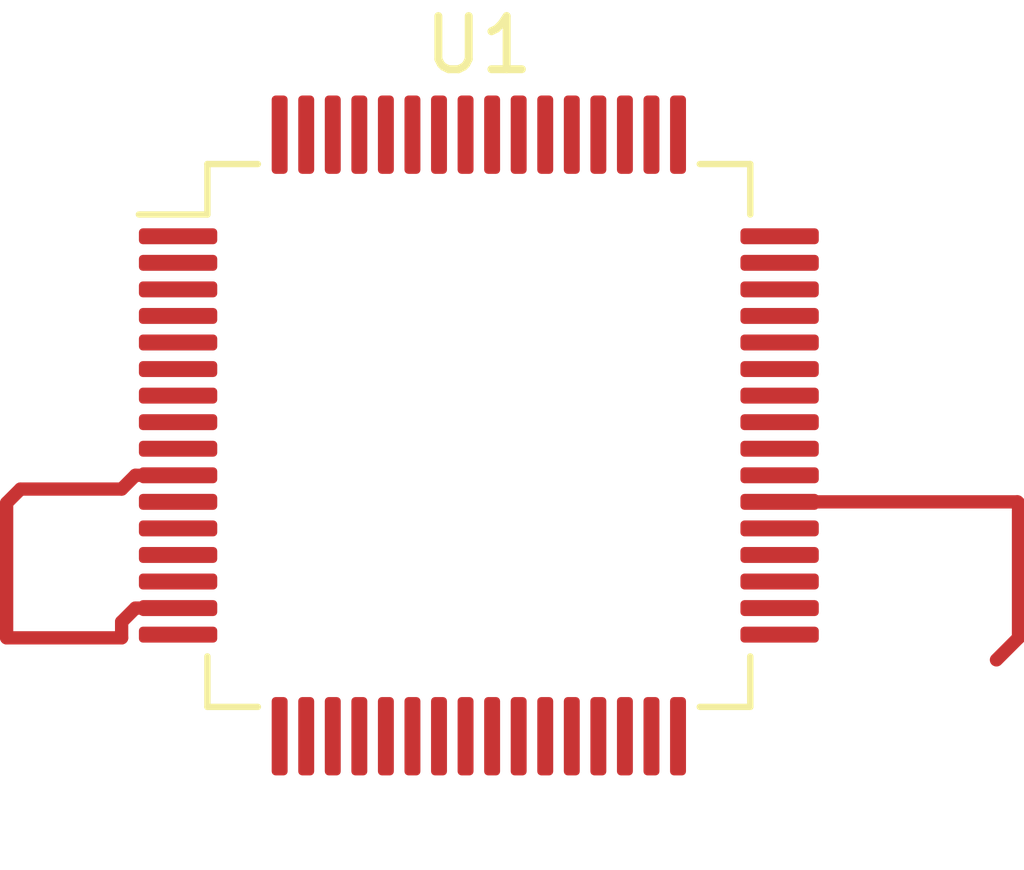
<source format=kicad_pcb>
(kicad_pcb (version 20171130) (host pcbnew 5.1.6-c6e7f7d~86~ubuntu18.04.1)

  (general
    (thickness 1.6)
    (drawings 0)
    (tracks 13)
    (zones 0)
    (modules 1)
    (nets 63)
  )

  (page A4)
  (layers
    (0 F.Cu signal)
    (31 B.Cu signal)
    (32 B.Adhes user)
    (33 F.Adhes user)
    (34 B.Paste user)
    (35 F.Paste user)
    (36 B.SilkS user)
    (37 F.SilkS user)
    (38 B.Mask user)
    (39 F.Mask user)
    (40 Dwgs.User user)
    (41 Cmts.User user)
    (42 Eco1.User user)
    (43 Eco2.User user)
    (44 Edge.Cuts user)
    (45 Margin user)
    (46 B.CrtYd user)
    (47 F.CrtYd user)
    (48 B.Fab user)
    (49 F.Fab user)
  )

  (setup
    (last_trace_width 0.25)
    (trace_clearance 0.2)
    (zone_clearance 0.508)
    (zone_45_only no)
    (trace_min 0.2)
    (via_size 0.8)
    (via_drill 0.4)
    (via_min_size 0.4)
    (via_min_drill 0.3)
    (uvia_size 0.3)
    (uvia_drill 0.1)
    (uvias_allowed no)
    (uvia_min_size 0.2)
    (uvia_min_drill 0.1)
    (edge_width 0.05)
    (segment_width 0.2)
    (pcb_text_width 0.3)
    (pcb_text_size 1.5 1.5)
    (mod_edge_width 0.12)
    (mod_text_size 1 1)
    (mod_text_width 0.15)
    (pad_size 1.524 1.524)
    (pad_drill 0.762)
    (pad_to_mask_clearance 0.05)
    (aux_axis_origin 0 0)
    (visible_elements FFFFFF7F)
    (pcbplotparams
      (layerselection 0x010fc_ffffffff)
      (usegerberextensions false)
      (usegerberattributes true)
      (usegerberadvancedattributes true)
      (creategerberjobfile true)
      (excludeedgelayer true)
      (linewidth 0.100000)
      (plotframeref false)
      (viasonmask false)
      (mode 1)
      (useauxorigin false)
      (hpglpennumber 1)
      (hpglpenspeed 20)
      (hpglpendiameter 15.000000)
      (psnegative false)
      (psa4output false)
      (plotreference true)
      (plotvalue true)
      (plotinvisibletext false)
      (padsonsilk false)
      (subtractmaskfromsilk false)
      (outputformat 1)
      (mirror false)
      (drillshape 1)
      (scaleselection 1)
      (outputdirectory ""))
  )

  (net 0 "")
  (net 1 "Net-(U1-Pad1)")
  (net 2 "Net-(U1-Pad2)")
  (net 3 "Net-(U1-Pad3)")
  (net 4 "Net-(U1-Pad4)")
  (net 5 "Net-(U1-Pad5)")
  (net 6 "Net-(U1-Pad6)")
  (net 7 "Net-(U1-Pad7)")
  (net 8 "Net-(U1-Pad8)")
  (net 9 "Net-(U1-Pad9)")
  (net 10 "Net-(U1-Pad10)")
  (net 11 "Net-(U1-Pad11)")
  (net 12 "Net-(U1-Pad12)")
  (net 13 "Net-(U1-Pad13)")
  (net 14 "Net-(U1-Pad14)")
  (net 15 "Net-(U1-Pad16)")
  (net 16 "Net-(U1-Pad17)")
  (net 17 "Net-(U1-Pad18)")
  (net 18 "Net-(U1-Pad19)")
  (net 19 "Net-(U1-Pad20)")
  (net 20 "Net-(U1-Pad21)")
  (net 21 "Net-(U1-Pad22)")
  (net 22 "Net-(U1-Pad23)")
  (net 23 "Net-(U1-Pad24)")
  (net 24 "Net-(U1-Pad25)")
  (net 25 "Net-(U1-Pad26)")
  (net 26 "Net-(U1-Pad27)")
  (net 27 "Net-(U1-Pad28)")
  (net 28 "Net-(U1-Pad29)")
  (net 29 "Net-(U1-Pad30)")
  (net 30 "Net-(U1-Pad31)")
  (net 31 "Net-(U1-Pad33)")
  (net 32 "Net-(U1-Pad34)")
  (net 33 "Net-(U1-Pad35)")
  (net 34 "Net-(U1-Pad36)")
  (net 35 "Net-(U1-Pad37)")
  (net 36 "Net-(U1-Pad38)")
  (net 37 "Net-(U1-Pad39)")
  (net 38 "Net-(U1-Pad40)")
  (net 39 "Net-(U1-Pad41)")
  (net 40 "Net-(U1-Pad42)")
  (net 41 "Net-(U1-Pad43)")
  (net 42 "Net-(U1-Pad44)")
  (net 43 "Net-(U1-Pad45)")
  (net 44 "Net-(U1-Pad46)")
  (net 45 "Net-(U1-Pad47)")
  (net 46 "Net-(U1-Pad48)")
  (net 47 "Net-(U1-Pad49)")
  (net 48 "Net-(U1-Pad50)")
  (net 49 "Net-(U1-Pad51)")
  (net 50 "Net-(U1-Pad52)")
  (net 51 "Net-(U1-Pad53)")
  (net 52 "Net-(U1-Pad54)")
  (net 53 "Net-(U1-Pad55)")
  (net 54 "Net-(U1-Pad56)")
  (net 55 "Net-(U1-Pad57)")
  (net 56 "Net-(U1-Pad58)")
  (net 57 "Net-(U1-Pad59)")
  (net 58 "Net-(U1-Pad60)")
  (net 59 "Net-(U1-Pad61)")
  (net 60 "Net-(U1-Pad62)")
  (net 61 "Net-(U1-Pad63)")
  (net 62 "Net-(U1-Pad64)")

  (net_class Default "This is the default net class."
    (clearance 0.2)
    (trace_width 0.25)
    (via_dia 0.8)
    (via_drill 0.4)
    (uvia_dia 0.3)
    (uvia_drill 0.1)
    (add_net "Net-(U1-Pad1)")
    (add_net "Net-(U1-Pad10)")
    (add_net "Net-(U1-Pad11)")
    (add_net "Net-(U1-Pad12)")
    (add_net "Net-(U1-Pad13)")
    (add_net "Net-(U1-Pad14)")
    (add_net "Net-(U1-Pad16)")
    (add_net "Net-(U1-Pad17)")
    (add_net "Net-(U1-Pad18)")
    (add_net "Net-(U1-Pad19)")
    (add_net "Net-(U1-Pad2)")
    (add_net "Net-(U1-Pad20)")
    (add_net "Net-(U1-Pad21)")
    (add_net "Net-(U1-Pad22)")
    (add_net "Net-(U1-Pad23)")
    (add_net "Net-(U1-Pad24)")
    (add_net "Net-(U1-Pad25)")
    (add_net "Net-(U1-Pad26)")
    (add_net "Net-(U1-Pad27)")
    (add_net "Net-(U1-Pad28)")
    (add_net "Net-(U1-Pad29)")
    (add_net "Net-(U1-Pad3)")
    (add_net "Net-(U1-Pad30)")
    (add_net "Net-(U1-Pad31)")
    (add_net "Net-(U1-Pad33)")
    (add_net "Net-(U1-Pad34)")
    (add_net "Net-(U1-Pad35)")
    (add_net "Net-(U1-Pad36)")
    (add_net "Net-(U1-Pad37)")
    (add_net "Net-(U1-Pad38)")
    (add_net "Net-(U1-Pad39)")
    (add_net "Net-(U1-Pad4)")
    (add_net "Net-(U1-Pad40)")
    (add_net "Net-(U1-Pad41)")
    (add_net "Net-(U1-Pad42)")
    (add_net "Net-(U1-Pad43)")
    (add_net "Net-(U1-Pad44)")
    (add_net "Net-(U1-Pad45)")
    (add_net "Net-(U1-Pad46)")
    (add_net "Net-(U1-Pad47)")
    (add_net "Net-(U1-Pad48)")
    (add_net "Net-(U1-Pad49)")
    (add_net "Net-(U1-Pad5)")
    (add_net "Net-(U1-Pad50)")
    (add_net "Net-(U1-Pad51)")
    (add_net "Net-(U1-Pad52)")
    (add_net "Net-(U1-Pad53)")
    (add_net "Net-(U1-Pad54)")
    (add_net "Net-(U1-Pad55)")
    (add_net "Net-(U1-Pad56)")
    (add_net "Net-(U1-Pad57)")
    (add_net "Net-(U1-Pad58)")
    (add_net "Net-(U1-Pad59)")
    (add_net "Net-(U1-Pad6)")
    (add_net "Net-(U1-Pad60)")
    (add_net "Net-(U1-Pad61)")
    (add_net "Net-(U1-Pad62)")
    (add_net "Net-(U1-Pad63)")
    (add_net "Net-(U1-Pad64)")
    (add_net "Net-(U1-Pad7)")
    (add_net "Net-(U1-Pad8)")
    (add_net "Net-(U1-Pad9)")
  )

  (module Package_QFP:TQFP-64_10x10mm_P0.5mm (layer F.Cu) (tedit 5D9F72B1) (tstamp 5F41BF58)
    (at 128.27 90.17)
    (descr "TQFP, 64 Pin (http://www.microsemi.com/index.php?option=com_docman&task=doc_download&gid=131095), generated with kicad-footprint-generator ipc_gullwing_generator.py")
    (tags "TQFP QFP")
    (path /5F42638A)
    (attr smd)
    (fp_text reference U1 (at 0 -7.35) (layer F.SilkS)
      (effects (font (size 1 1) (thickness 0.15)))
    )
    (fp_text value ADS1299-8CHANNEL (at 0 7.35) (layer F.Fab)
      (effects (font (size 1 1) (thickness 0.15)))
    )
    (fp_line (start 6.65 4.15) (end 6.65 0) (layer F.CrtYd) (width 0.05))
    (fp_line (start 5.25 4.15) (end 6.65 4.15) (layer F.CrtYd) (width 0.05))
    (fp_line (start 5.25 5.25) (end 5.25 4.15) (layer F.CrtYd) (width 0.05))
    (fp_line (start 4.15 5.25) (end 5.25 5.25) (layer F.CrtYd) (width 0.05))
    (fp_line (start 4.15 6.65) (end 4.15 5.25) (layer F.CrtYd) (width 0.05))
    (fp_line (start 0 6.65) (end 4.15 6.65) (layer F.CrtYd) (width 0.05))
    (fp_line (start -6.65 4.15) (end -6.65 0) (layer F.CrtYd) (width 0.05))
    (fp_line (start -5.25 4.15) (end -6.65 4.15) (layer F.CrtYd) (width 0.05))
    (fp_line (start -5.25 5.25) (end -5.25 4.15) (layer F.CrtYd) (width 0.05))
    (fp_line (start -4.15 5.25) (end -5.25 5.25) (layer F.CrtYd) (width 0.05))
    (fp_line (start -4.15 6.65) (end -4.15 5.25) (layer F.CrtYd) (width 0.05))
    (fp_line (start 0 6.65) (end -4.15 6.65) (layer F.CrtYd) (width 0.05))
    (fp_line (start 6.65 -4.15) (end 6.65 0) (layer F.CrtYd) (width 0.05))
    (fp_line (start 5.25 -4.15) (end 6.65 -4.15) (layer F.CrtYd) (width 0.05))
    (fp_line (start 5.25 -5.25) (end 5.25 -4.15) (layer F.CrtYd) (width 0.05))
    (fp_line (start 4.15 -5.25) (end 5.25 -5.25) (layer F.CrtYd) (width 0.05))
    (fp_line (start 4.15 -6.65) (end 4.15 -5.25) (layer F.CrtYd) (width 0.05))
    (fp_line (start 0 -6.65) (end 4.15 -6.65) (layer F.CrtYd) (width 0.05))
    (fp_line (start -6.65 -4.15) (end -6.65 0) (layer F.CrtYd) (width 0.05))
    (fp_line (start -5.25 -4.15) (end -6.65 -4.15) (layer F.CrtYd) (width 0.05))
    (fp_line (start -5.25 -5.25) (end -5.25 -4.15) (layer F.CrtYd) (width 0.05))
    (fp_line (start -4.15 -5.25) (end -5.25 -5.25) (layer F.CrtYd) (width 0.05))
    (fp_line (start -4.15 -6.65) (end -4.15 -5.25) (layer F.CrtYd) (width 0.05))
    (fp_line (start 0 -6.65) (end -4.15 -6.65) (layer F.CrtYd) (width 0.05))
    (fp_line (start -5 -4) (end -4 -5) (layer F.Fab) (width 0.1))
    (fp_line (start -5 5) (end -5 -4) (layer F.Fab) (width 0.1))
    (fp_line (start 5 5) (end -5 5) (layer F.Fab) (width 0.1))
    (fp_line (start 5 -5) (end 5 5) (layer F.Fab) (width 0.1))
    (fp_line (start -4 -5) (end 5 -5) (layer F.Fab) (width 0.1))
    (fp_line (start -5.11 -4.16) (end -6.4 -4.16) (layer F.SilkS) (width 0.12))
    (fp_line (start -5.11 -5.11) (end -5.11 -4.16) (layer F.SilkS) (width 0.12))
    (fp_line (start -4.16 -5.11) (end -5.11 -5.11) (layer F.SilkS) (width 0.12))
    (fp_line (start 5.11 -5.11) (end 5.11 -4.16) (layer F.SilkS) (width 0.12))
    (fp_line (start 4.16 -5.11) (end 5.11 -5.11) (layer F.SilkS) (width 0.12))
    (fp_line (start -5.11 5.11) (end -5.11 4.16) (layer F.SilkS) (width 0.12))
    (fp_line (start -4.16 5.11) (end -5.11 5.11) (layer F.SilkS) (width 0.12))
    (fp_line (start 5.11 5.11) (end 5.11 4.16) (layer F.SilkS) (width 0.12))
    (fp_line (start 4.16 5.11) (end 5.11 5.11) (layer F.SilkS) (width 0.12))
    (fp_text user %R (at 0 0) (layer F.Fab)
      (effects (font (size 1 1) (thickness 0.15)))
    )
    (pad 1 smd roundrect (at -5.6625 -3.75) (size 1.475 0.3) (layers F.Cu F.Paste F.Mask) (roundrect_rratio 0.25)
      (net 1 "Net-(U1-Pad1)"))
    (pad 2 smd roundrect (at -5.6625 -3.25) (size 1.475 0.3) (layers F.Cu F.Paste F.Mask) (roundrect_rratio 0.25)
      (net 2 "Net-(U1-Pad2)"))
    (pad 3 smd roundrect (at -5.6625 -2.75) (size 1.475 0.3) (layers F.Cu F.Paste F.Mask) (roundrect_rratio 0.25)
      (net 3 "Net-(U1-Pad3)"))
    (pad 4 smd roundrect (at -5.6625 -2.25) (size 1.475 0.3) (layers F.Cu F.Paste F.Mask) (roundrect_rratio 0.25)
      (net 4 "Net-(U1-Pad4)"))
    (pad 5 smd roundrect (at -5.6625 -1.75) (size 1.475 0.3) (layers F.Cu F.Paste F.Mask) (roundrect_rratio 0.25)
      (net 5 "Net-(U1-Pad5)"))
    (pad 6 smd roundrect (at -5.6625 -1.25) (size 1.475 0.3) (layers F.Cu F.Paste F.Mask) (roundrect_rratio 0.25)
      (net 6 "Net-(U1-Pad6)"))
    (pad 7 smd roundrect (at -5.6625 -0.75) (size 1.475 0.3) (layers F.Cu F.Paste F.Mask) (roundrect_rratio 0.25)
      (net 7 "Net-(U1-Pad7)"))
    (pad 8 smd roundrect (at -5.6625 -0.25) (size 1.475 0.3) (layers F.Cu F.Paste F.Mask) (roundrect_rratio 0.25)
      (net 8 "Net-(U1-Pad8)"))
    (pad 9 smd roundrect (at -5.6625 0.25) (size 1.475 0.3) (layers F.Cu F.Paste F.Mask) (roundrect_rratio 0.25)
      (net 9 "Net-(U1-Pad9)"))
    (pad 10 smd roundrect (at -5.6625 0.75) (size 1.475 0.3) (layers F.Cu F.Paste F.Mask) (roundrect_rratio 0.25)
      (net 10 "Net-(U1-Pad10)"))
    (pad 11 smd roundrect (at -5.6625 1.25) (size 1.475 0.3) (layers F.Cu F.Paste F.Mask) (roundrect_rratio 0.25)
      (net 11 "Net-(U1-Pad11)"))
    (pad 12 smd roundrect (at -5.6625 1.75) (size 1.475 0.3) (layers F.Cu F.Paste F.Mask) (roundrect_rratio 0.25)
      (net 12 "Net-(U1-Pad12)"))
    (pad 13 smd roundrect (at -5.6625 2.25) (size 1.475 0.3) (layers F.Cu F.Paste F.Mask) (roundrect_rratio 0.25)
      (net 13 "Net-(U1-Pad13)"))
    (pad 14 smd roundrect (at -5.6625 2.75) (size 1.475 0.3) (layers F.Cu F.Paste F.Mask) (roundrect_rratio 0.25)
      (net 14 "Net-(U1-Pad14)"))
    (pad 15 smd roundrect (at -5.6625 3.25) (size 1.475 0.3) (layers F.Cu F.Paste F.Mask) (roundrect_rratio 0.25)
      (net 10 "Net-(U1-Pad10)"))
    (pad 16 smd roundrect (at -5.6625 3.75) (size 1.475 0.3) (layers F.Cu F.Paste F.Mask) (roundrect_rratio 0.25)
      (net 15 "Net-(U1-Pad16)"))
    (pad 17 smd roundrect (at -3.75 5.6625) (size 0.3 1.475) (layers F.Cu F.Paste F.Mask) (roundrect_rratio 0.25)
      (net 16 "Net-(U1-Pad17)"))
    (pad 18 smd roundrect (at -3.25 5.6625) (size 0.3 1.475) (layers F.Cu F.Paste F.Mask) (roundrect_rratio 0.25)
      (net 17 "Net-(U1-Pad18)"))
    (pad 19 smd roundrect (at -2.75 5.6625) (size 0.3 1.475) (layers F.Cu F.Paste F.Mask) (roundrect_rratio 0.25)
      (net 18 "Net-(U1-Pad19)"))
    (pad 20 smd roundrect (at -2.25 5.6625) (size 0.3 1.475) (layers F.Cu F.Paste F.Mask) (roundrect_rratio 0.25)
      (net 19 "Net-(U1-Pad20)"))
    (pad 21 smd roundrect (at -1.75 5.6625) (size 0.3 1.475) (layers F.Cu F.Paste F.Mask) (roundrect_rratio 0.25)
      (net 20 "Net-(U1-Pad21)"))
    (pad 22 smd roundrect (at -1.25 5.6625) (size 0.3 1.475) (layers F.Cu F.Paste F.Mask) (roundrect_rratio 0.25)
      (net 21 "Net-(U1-Pad22)"))
    (pad 23 smd roundrect (at -0.75 5.6625) (size 0.3 1.475) (layers F.Cu F.Paste F.Mask) (roundrect_rratio 0.25)
      (net 22 "Net-(U1-Pad23)"))
    (pad 24 smd roundrect (at -0.25 5.6625) (size 0.3 1.475) (layers F.Cu F.Paste F.Mask) (roundrect_rratio 0.25)
      (net 23 "Net-(U1-Pad24)"))
    (pad 25 smd roundrect (at 0.25 5.6625) (size 0.3 1.475) (layers F.Cu F.Paste F.Mask) (roundrect_rratio 0.25)
      (net 24 "Net-(U1-Pad25)"))
    (pad 26 smd roundrect (at 0.75 5.6625) (size 0.3 1.475) (layers F.Cu F.Paste F.Mask) (roundrect_rratio 0.25)
      (net 25 "Net-(U1-Pad26)"))
    (pad 27 smd roundrect (at 1.25 5.6625) (size 0.3 1.475) (layers F.Cu F.Paste F.Mask) (roundrect_rratio 0.25)
      (net 26 "Net-(U1-Pad27)"))
    (pad 28 smd roundrect (at 1.75 5.6625) (size 0.3 1.475) (layers F.Cu F.Paste F.Mask) (roundrect_rratio 0.25)
      (net 27 "Net-(U1-Pad28)"))
    (pad 29 smd roundrect (at 2.25 5.6625) (size 0.3 1.475) (layers F.Cu F.Paste F.Mask) (roundrect_rratio 0.25)
      (net 28 "Net-(U1-Pad29)"))
    (pad 30 smd roundrect (at 2.75 5.6625) (size 0.3 1.475) (layers F.Cu F.Paste F.Mask) (roundrect_rratio 0.25)
      (net 29 "Net-(U1-Pad30)"))
    (pad 31 smd roundrect (at 3.25 5.6625) (size 0.3 1.475) (layers F.Cu F.Paste F.Mask) (roundrect_rratio 0.25)
      (net 30 "Net-(U1-Pad31)"))
    (pad 32 smd roundrect (at 3.75 5.6625) (size 0.3 1.475) (layers F.Cu F.Paste F.Mask) (roundrect_rratio 0.25)
      (net 22 "Net-(U1-Pad23)"))
    (pad 33 smd roundrect (at 5.6625 3.75) (size 1.475 0.3) (layers F.Cu F.Paste F.Mask) (roundrect_rratio 0.25)
      (net 31 "Net-(U1-Pad33)"))
    (pad 34 smd roundrect (at 5.6625 3.25) (size 1.475 0.3) (layers F.Cu F.Paste F.Mask) (roundrect_rratio 0.25)
      (net 32 "Net-(U1-Pad34)"))
    (pad 35 smd roundrect (at 5.6625 2.75) (size 1.475 0.3) (layers F.Cu F.Paste F.Mask) (roundrect_rratio 0.25)
      (net 33 "Net-(U1-Pad35)"))
    (pad 36 smd roundrect (at 5.6625 2.25) (size 1.475 0.3) (layers F.Cu F.Paste F.Mask) (roundrect_rratio 0.25)
      (net 34 "Net-(U1-Pad36)"))
    (pad 37 smd roundrect (at 5.6625 1.75) (size 1.475 0.3) (layers F.Cu F.Paste F.Mask) (roundrect_rratio 0.25)
      (net 35 "Net-(U1-Pad37)"))
    (pad 38 smd roundrect (at 5.6625 1.25) (size 1.475 0.3) (layers F.Cu F.Paste F.Mask) (roundrect_rratio 0.25)
      (net 36 "Net-(U1-Pad38)"))
    (pad 39 smd roundrect (at 5.6625 0.75) (size 1.475 0.3) (layers F.Cu F.Paste F.Mask) (roundrect_rratio 0.25)
      (net 37 "Net-(U1-Pad39)"))
    (pad 40 smd roundrect (at 5.6625 0.25) (size 1.475 0.3) (layers F.Cu F.Paste F.Mask) (roundrect_rratio 0.25)
      (net 38 "Net-(U1-Pad40)"))
    (pad 41 smd roundrect (at 5.6625 -0.25) (size 1.475 0.3) (layers F.Cu F.Paste F.Mask) (roundrect_rratio 0.25)
      (net 39 "Net-(U1-Pad41)"))
    (pad 42 smd roundrect (at 5.6625 -0.75) (size 1.475 0.3) (layers F.Cu F.Paste F.Mask) (roundrect_rratio 0.25)
      (net 40 "Net-(U1-Pad42)"))
    (pad 43 smd roundrect (at 5.6625 -1.25) (size 1.475 0.3) (layers F.Cu F.Paste F.Mask) (roundrect_rratio 0.25)
      (net 41 "Net-(U1-Pad43)"))
    (pad 44 smd roundrect (at 5.6625 -1.75) (size 1.475 0.3) (layers F.Cu F.Paste F.Mask) (roundrect_rratio 0.25)
      (net 42 "Net-(U1-Pad44)"))
    (pad 45 smd roundrect (at 5.6625 -2.25) (size 1.475 0.3) (layers F.Cu F.Paste F.Mask) (roundrect_rratio 0.25)
      (net 43 "Net-(U1-Pad45)"))
    (pad 46 smd roundrect (at 5.6625 -2.75) (size 1.475 0.3) (layers F.Cu F.Paste F.Mask) (roundrect_rratio 0.25)
      (net 44 "Net-(U1-Pad46)"))
    (pad 47 smd roundrect (at 5.6625 -3.25) (size 1.475 0.3) (layers F.Cu F.Paste F.Mask) (roundrect_rratio 0.25)
      (net 45 "Net-(U1-Pad47)"))
    (pad 48 smd roundrect (at 5.6625 -3.75) (size 1.475 0.3) (layers F.Cu F.Paste F.Mask) (roundrect_rratio 0.25)
      (net 46 "Net-(U1-Pad48)"))
    (pad 49 smd roundrect (at 3.75 -5.6625) (size 0.3 1.475) (layers F.Cu F.Paste F.Mask) (roundrect_rratio 0.25)
      (net 47 "Net-(U1-Pad49)"))
    (pad 50 smd roundrect (at 3.25 -5.6625) (size 0.3 1.475) (layers F.Cu F.Paste F.Mask) (roundrect_rratio 0.25)
      (net 48 "Net-(U1-Pad50)"))
    (pad 51 smd roundrect (at 2.75 -5.6625) (size 0.3 1.475) (layers F.Cu F.Paste F.Mask) (roundrect_rratio 0.25)
      (net 49 "Net-(U1-Pad51)"))
    (pad 52 smd roundrect (at 2.25 -5.6625) (size 0.3 1.475) (layers F.Cu F.Paste F.Mask) (roundrect_rratio 0.25)
      (net 50 "Net-(U1-Pad52)"))
    (pad 53 smd roundrect (at 1.75 -5.6625) (size 0.3 1.475) (layers F.Cu F.Paste F.Mask) (roundrect_rratio 0.25)
      (net 51 "Net-(U1-Pad53)"))
    (pad 54 smd roundrect (at 1.25 -5.6625) (size 0.3 1.475) (layers F.Cu F.Paste F.Mask) (roundrect_rratio 0.25)
      (net 52 "Net-(U1-Pad54)"))
    (pad 55 smd roundrect (at 0.75 -5.6625) (size 0.3 1.475) (layers F.Cu F.Paste F.Mask) (roundrect_rratio 0.25)
      (net 53 "Net-(U1-Pad55)"))
    (pad 56 smd roundrect (at 0.25 -5.6625) (size 0.3 1.475) (layers F.Cu F.Paste F.Mask) (roundrect_rratio 0.25)
      (net 54 "Net-(U1-Pad56)"))
    (pad 57 smd roundrect (at -0.25 -5.6625) (size 0.3 1.475) (layers F.Cu F.Paste F.Mask) (roundrect_rratio 0.25)
      (net 55 "Net-(U1-Pad57)"))
    (pad 58 smd roundrect (at -0.75 -5.6625) (size 0.3 1.475) (layers F.Cu F.Paste F.Mask) (roundrect_rratio 0.25)
      (net 56 "Net-(U1-Pad58)"))
    (pad 59 smd roundrect (at -1.25 -5.6625) (size 0.3 1.475) (layers F.Cu F.Paste F.Mask) (roundrect_rratio 0.25)
      (net 57 "Net-(U1-Pad59)"))
    (pad 60 smd roundrect (at -1.75 -5.6625) (size 0.3 1.475) (layers F.Cu F.Paste F.Mask) (roundrect_rratio 0.25)
      (net 58 "Net-(U1-Pad60)"))
    (pad 61 smd roundrect (at -2.25 -5.6625) (size 0.3 1.475) (layers F.Cu F.Paste F.Mask) (roundrect_rratio 0.25)
      (net 59 "Net-(U1-Pad61)"))
    (pad 62 smd roundrect (at -2.75 -5.6625) (size 0.3 1.475) (layers F.Cu F.Paste F.Mask) (roundrect_rratio 0.25)
      (net 60 "Net-(U1-Pad62)"))
    (pad 63 smd roundrect (at -3.25 -5.6625) (size 0.3 1.475) (layers F.Cu F.Paste F.Mask) (roundrect_rratio 0.25)
      (net 61 "Net-(U1-Pad63)"))
    (pad 64 smd roundrect (at -3.75 -5.6625) (size 0.3 1.475) (layers F.Cu F.Paste F.Mask) (roundrect_rratio 0.25)
      (net 62 "Net-(U1-Pad64)"))
    (model ${KISYS3DMOD}/Package_QFP.3dshapes/TQFP-64_10x10mm_P0.5mm.wrl
      (at (xyz 0 0 0))
      (scale (xyz 1 1 1))
      (rotate (xyz 0 0 0))
    )
  )

  (segment (start 121.804298 93.42) (end 122.6075 93.42) (width 0.25) (layer F.Cu) (net 10))
  (segment (start 122.6075 90.92) (end 121.804298 90.92) (width 0.25) (layer F.Cu) (net 10))
  (segment (start 121.54499 91.179308) (end 119.640692 91.179308) (width 0.25) (layer F.Cu) (net 10))
  (segment (start 121.804298 90.92) (end 121.54499 91.179308) (width 0.25) (layer F.Cu) (net 10))
  (segment (start 119.640692 91.179308) (end 119.38 91.44) (width 0.25) (layer F.Cu) (net 10))
  (segment (start 119.38 91.44) (end 119.38 93.98) (width 0.25) (layer F.Cu) (net 10))
  (segment (start 119.38 93.98) (end 121.54499 93.98) (width 0.25) (layer F.Cu) (net 10))
  (segment (start 121.54499 93.98) (end 121.54499 93.679308) (width 0.25) (layer F.Cu) (net 10))
  (segment (start 121.54499 93.679308) (end 121.804298 93.42) (width 0.25) (layer F.Cu) (net 10))
  (segment (start 133.9325 91.42) (end 138.41 91.42) (width 0.25) (layer F.Cu) (net 36))
  (segment (start 138.41 91.42) (end 138.43 91.44) (width 0.25) (layer F.Cu) (net 36))
  (segment (start 138.43 91.44) (end 138.43 93.98) (width 0.25) (layer F.Cu) (net 36))
  (segment (start 138.43 93.98) (end 138.01499 94.39501) (width 0.25) (layer F.Cu) (net 36))

)

</source>
